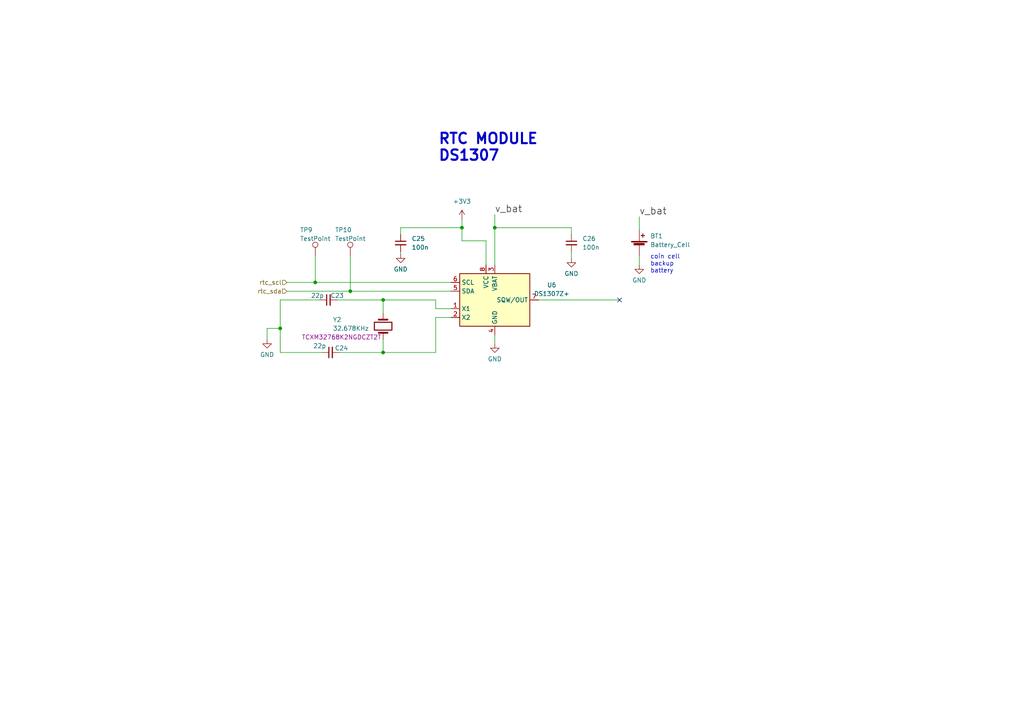
<source format=kicad_sch>
(kicad_sch (version 20211123) (generator eeschema)
  (paper "A4")
  (lib_symbols
    (symbol "Connector:TestPoint" (pin_numbers hide) (pin_names (offset 0.762) hide)
      (property "Reference" "TP" (at 0 6.858 0))
      (property "Value" "TestPoint" (at 0 5.08 0))
      (symbol "TestPoint_0_1"
        (circle (center 0 3.302) (radius 0.762))
      )
      (symbol "TestPoint_1_1"
        (pin passive line (at 0 0 90) (length 2.54) (name "1") (number "1"))
      )
    )
    (symbol "Device:Battery_Cell" (pin_numbers hide) (pin_names (offset 0) hide)
      (property "Reference" "BT" (at 2.54 2.54 0))
      (property "Value" "Battery_Cell" (at 2.54 0 0))
      (symbol "Battery_Cell_0_1"
        (rectangle (start -2.286 1.778) (end 2.286 1.524) (fill (type outline)))
        (rectangle (start -1.5748 1.1938) (end 1.4732 0.6858) (fill (type outline)))
        (polyline (pts (xy 0 0.762) (xy 0 0)))
        (polyline (pts (xy 0 1.778) (xy 0 2.54)))
        (polyline (pts (xy 0.508 3.429) (xy 1.524 3.429)) (stroke (width 0.254)))
        (polyline (pts (xy 1.016 3.937) (xy 1.016 2.921)) (stroke (width 0.254)))
      )
      (symbol "Battery_Cell_1_1"
        (pin passive line (at 0 5.08 270) (length 2.54) (name "+") (number "1"))
        (pin passive line (at 0 -2.54 90) (length 2.54) (name "-") (number "2"))
      )
    )
    (symbol "Device:C_Small" (pin_numbers hide) (pin_names (offset 0.254) hide)
      (property "Reference" "C" (at 0.254 1.778 0))
      (property "Value" "C_Small" (at 0.254 -2.032 0))
      (symbol "C_Small_0_1"
        (polyline (pts (xy -1.524 -0.508) (xy 1.524 -0.508)) (stroke (width 0.3302)))
        (polyline (pts (xy -1.524 0.508) (xy 1.524 0.508)) (stroke (width 0.3048)))
      )
      (symbol "C_Small_1_1"
        (pin passive line (at 0 2.54 270) (length 2.032) (name "~") (number "1"))
        (pin passive line (at 0 -2.54 90) (length 2.032) (name "~") (number "2"))
      )
    )
    (symbol "Device:Crystal" (pin_numbers hide) (pin_names (offset 1.016) hide)
      (property "Reference" "Y" (at 0 3.81 0))
      (property "Value" "Crystal" (at 0 -3.81 0))
      (symbol "Crystal_0_1"
        (rectangle (start -1.143 2.54) (end 1.143 -2.54) (stroke (width 0.3048)))
        (polyline (pts (xy -2.54 0) (xy -1.905 0)))
        (polyline (pts (xy -1.905 -1.27) (xy -1.905 1.27)) (stroke (width 0.508)))
        (polyline (pts (xy 1.905 -1.27) (xy 1.905 1.27)) (stroke (width 0.508)))
        (polyline (pts (xy 2.54 0) (xy 1.905 0)))
      )
      (symbol "Crystal_1_1"
        (pin passive line (at -3.81 0 0) (length 1.27) (name "1") (number "1"))
        (pin passive line (at 3.81 0 180) (length 1.27) (name "2") (number "2"))
      )
    )
    (symbol "Timer_RTC:DS1307Z+"
      (property "Reference" "U" (at -8.89 8.89 0))
      (property "Value" "DS1307Z+" (at 1.27 8.89 0))
      (symbol "DS1307Z+_0_1"
        (rectangle (start -10.16 7.62) (end 10.16 -7.62) (stroke (width 0.254)) (fill (type background)))
      )
      (symbol "DS1307Z+_1_1"
        (pin input line (at -12.7 -2.54 0) (length 2.54) (name "X1") (number "1"))
        (pin input line (at -12.7 -5.08 0) (length 2.54) (name "X2") (number "2"))
        (pin power_in line (at 0 10.16 270) (length 2.54) (name "VBAT") (number "3"))
        (pin power_in line (at 0 -10.16 90) (length 2.54) (name "GND") (number "4"))
        (pin bidirectional line (at -12.7 2.54 0) (length 2.54) (name "SDA") (number "5"))
        (pin input line (at -12.7 5.08 0) (length 2.54) (name "SCL") (number "6"))
        (pin open_collector line (at 12.7 0 180) (length 2.54) (name "SQW/OUT") (number "7"))
        (pin power_in line (at -2.54 10.16 270) (length 2.54) (name "VCC") (number "8"))
      )
    )
    (symbol "power:+3V3" (power) (pin_names (offset 0))
      (property "Value" "+3V3" (at 0 3.556 0))
      (symbol "+3V3_0_1"
        (polyline (pts (xy -0.762 1.27) (xy 0 2.54)))
        (polyline (pts (xy 0 0) (xy 0 2.54)))
        (polyline (pts (xy 0 2.54) (xy 0.762 1.27)))
      )
      (symbol "+3V3_1_1"
        (pin power_in line (at 0 0 90) (length 0) hide (name "+3V3") (number "1"))
      )
    )
    (symbol "power:GND" (power) (pin_names (offset 0))
      (property "Value" "GND" (at 0 -3.81 0))
      (symbol "GND_0_1"
        (polyline (pts (xy 0 0) (xy 0 -1.27) (xy 1.27 -1.27) (xy 0 -2.54) (xy -1.27 -1.27) (xy 0 -1.27)))
      )
      (symbol "GND_1_1"
        (pin power_in line (at 0 0 270) (length 0) hide (name "GND") (number "1"))
      )
    )
  )
  (junction (at 91.44 81.915))
  (junction (at 111.125 86.995))
  (junction (at 111.125 102.235))
  (junction (at 101.6 84.455))
  (junction (at 81.28 95.25))
  (junction (at 143.51 66.04))
  (junction (at 133.985 66.04))
  (no_connect (at 179.705 86.995))
  (wire (pts (xy 101.6 74.295) (xy 101.6 84.455)))
  (wire (pts (xy 83.185 84.455) (xy 101.6 84.455)))
  (wire (pts (xy 185.42 62.865) (xy 185.42 66.675)))
  (wire (pts (xy 91.44 81.915) (xy 130.81 81.915)))
  (wire (pts (xy 133.985 63.5) (xy 133.985 66.04)))
  (wire (pts (xy 143.51 97.155) (xy 143.51 99.695)))
  (wire (pts (xy 143.51 66.04) (xy 143.51 76.835)))
  (wire (pts (xy 81.28 95.25) (xy 81.28 102.235)))
  (wire (pts (xy 185.42 74.295) (xy 185.42 76.835)))
  (wire (pts (xy 130.81 89.535) (xy 126.365 89.535)))
  (wire (pts (xy 77.47 95.25) (xy 81.28 95.25)))
  (wire (pts (xy 111.125 86.995) (xy 126.365 86.995)))
  (wire (pts (xy 140.97 76.835) (xy 140.97 69.85)))
  (wire (pts (xy 116.205 66.04) (xy 133.985 66.04)))
  (wire (pts (xy 98.425 102.235) (xy 111.125 102.235)))
  (wire (pts (xy 143.51 62.23) (xy 143.51 66.04)))
  (wire (pts (xy 143.51 66.04) (xy 165.735 66.04)))
  (wire (pts (xy 81.28 86.995) (xy 92.71 86.995)))
  (wire (pts (xy 81.28 102.235) (xy 93.345 102.235)))
  (wire (pts (xy 126.365 89.535) (xy 126.365 86.995)))
  (wire (pts (xy 91.44 74.295) (xy 91.44 81.915)))
  (wire (pts (xy 111.125 98.425) (xy 111.125 102.235)))
  (wire (pts (xy 101.6 84.455) (xy 130.81 84.455)))
  (wire (pts (xy 133.985 66.04) (xy 133.985 69.85)))
  (wire (pts (xy 77.47 98.425) (xy 77.47 95.25)))
  (wire (pts (xy 111.125 86.995) (xy 111.125 90.805)))
  (wire (pts (xy 133.985 69.85) (xy 140.97 69.85)))
  (wire (pts (xy 116.205 73.66) (xy 116.205 73.025)))
  (wire (pts (xy 165.735 74.93) (xy 165.735 73.025)))
  (wire (pts (xy 126.365 92.075) (xy 130.81 92.075)))
  (wire (pts (xy 116.205 67.945) (xy 116.205 66.04)))
  (wire (pts (xy 111.125 102.235) (xy 126.365 102.235)))
  (wire (pts (xy 81.28 86.995) (xy 81.28 95.25)))
  (wire (pts (xy 165.735 67.945) (xy 165.735 66.04)))
  (wire (pts (xy 126.365 102.235) (xy 126.365 92.075)))
  (wire (pts (xy 97.79 86.995) (xy 111.125 86.995)))
  (wire (pts (xy 156.21 86.995) (xy 179.705 86.995)))
  (wire (pts (xy 83.185 81.915) (xy 91.44 81.915)))
  (text "RTC MODULE\nDS1307" (at 127 46.99 0) (effects (font (size 3 3) bold) (justify left bottom)))
  (text "coin cell \nbackup\nbattery" (at 188.595 79.375 0) (effects (font (size 1.27 1.27)) (justify left bottom)))
  (label "v_bat" (at 185.42 62.865 0) (effects (font (size 2 2))))
  (label "v_bat" (at 143.51 62.23 0) (effects (font (size 2 2))))
  (hierarchical_label "rtc_scl" (shape input) (at 83.185 81.915 180))
  (hierarchical_label "rtc_sda" (shape input) (at 83.185 84.455 180))
  (symbol (lib_id "Connector:TestPoint") (at 101.6 74.295 0) (unit 1)
    (property "Reference" "TP10" (at 97.155 66.675 0) (effects (justify left)))
    (property "Value" "TestPoint" (at 97.155 69.215 0) (effects (justify left)))
    (property "Footprint" "brilliant-kicad-library:TestPoint_Pad_D0.9mm" (effects hide))
  )
  (symbol (lib_id "power:GND") (at 165.735 74.93 0) (unit 1)
    (property "Reference" "#PWR046" (effects hide))
    (property "Value" "GND" (at 165.735 79.375 0))
  )
  (symbol (lib_id "power:GND") (at 143.51 99.695 0) (unit 1)
    (property "Reference" "#PWR045" (effects hide))
    (property "Value" "GND" (at 143.51 104.14 0))
  )
  (symbol (lib_id "Timer_RTC:DS1307Z+") (at 143.51 86.995 0) (unit 1)
    (property "Reference" "U6" (at 160.02 82.6643 0))
    (property "Value" "DS1307Z+" (at 160.02 85.2043 0))
    (property "Footprint" "Package_SO:SOIC-8_3.9x4.9mm_P1.27mm" (effects hide))
    (property "Datasheet" "https://datasheets.maximintegrated.com/en/ds/DS1307.pdf" (effects hide))
  )
  (symbol (lib_id "Connector:TestPoint") (at 91.44 74.295 0) (unit 1)
    (property "Reference" "TP9" (at 86.995 66.675 0) (effects (justify left)))
    (property "Value" "TestPoint" (at 86.995 69.215 0) (effects (justify left)))
    (property "Footprint" "brilliant-kicad-library:TestPoint_Pad_D0.9mm" (effects hide))
  )
  (symbol (lib_id "Device:C_Small") (at 116.205 70.485 0) (unit 1)
    (property "Reference" "C25" (at 119.38 69.2212 0) (effects (justify left)))
    (property "Value" "100n" (at 119.38 71.7612 0) (effects (justify left)))
    (property "Footprint" "Capacitor_SMD:C_0603_1608Metric" (effects hide))
  )
  (symbol (lib_id "Device:Crystal") (at 111.125 94.615 90) (unit 1)
    (property "Reference" "Y2" (at 96.52 92.71 90) (effects (justify right)))
    (property "Value" "32.678KHz" (at 96.52 95.25 90) (effects (justify right)))
    (property "Footprint" "Crystal:Crystal_SMD_3215-2Pin_3.2x1.5mm" (effects hide))
    (property "MPN" "TCXM32768K2NGDCZT2T" (at 99.06 97.79 90))
  )
  (symbol (lib_id "Device:C_Small") (at 95.25 86.995 90) (unit 1)
    (property "Reference" "C23" (at 97.79 85.725 90))
    (property "Value" "22p" (at 92.075 85.725 90))
    (property "Footprint" "Capacitor_SMD:C_0402_1005Metric" (effects hide))
  )
  (symbol (lib_id "Device:C_Small") (at 165.735 70.485 0) (unit 1)
    (property "Reference" "C26" (at 168.91 69.2212 0) (effects (justify left)))
    (property "Value" "100n" (at 168.91 71.7612 0) (effects (justify left)))
    (property "Footprint" "Capacitor_SMD:C_0603_1608Metric" (effects hide))
  )
  (symbol (lib_id "power:GND") (at 116.205 73.66 0) (unit 1)
    (property "Reference" "#PWR043" (effects hide))
    (property "Value" "GND" (at 116.205 78.105 0))
  )
  (symbol (lib_id "Device:Battery_Cell") (at 185.42 71.755 0) (unit 1)
    (property "Reference" "BT1" (at 188.595 68.4529 0) (effects (justify left)))
    (property "Value" "Battery_Cell" (at 188.595 70.9929 0) (effects (justify left)))
    (property "Footprint" "greencharge-footprints:BATHLD001" (effects hide))
  )
  (symbol (lib_id "power:+3V3") (at 133.985 63.5 0) (unit 1)
    (property "Reference" "#PWR044" (effects hide))
    (property "Value" "+3V3" (at 133.985 58.42 0))
  )
  (symbol (lib_id "power:GND") (at 77.47 98.425 0) (unit 1)
    (property "Reference" "#PWR042" (effects hide))
    (property "Value" "GND" (at 77.47 102.87 0))
  )
  (symbol (lib_id "Device:C_Small") (at 95.885 102.235 90) (unit 1)
    (property "Reference" "C24" (at 99.06 100.965 90))
    (property "Value" "22p" (at 92.71 100.33 90))
    (property "Footprint" "Capacitor_SMD:C_0402_1005Metric" (effects hide))
  )
  (symbol (lib_id "power:GND") (at 185.42 76.835 0) (unit 1)
    (property "Reference" "#PWR047" (effects hide))
    (property "Value" "GND" (at 185.42 81.28 0))
  )
)
</source>
